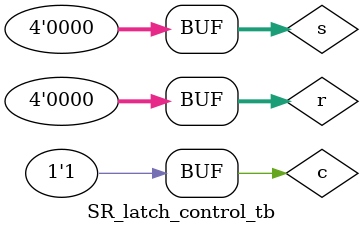
<source format=v>
module SR_latch(s,r,c,q,qn);

input s,r,c;

output reg q;
output reg qn;

always @ (s,r,c)

if (c & s) 
    {q,qn} <= 2'b10;

else if (c & r)
    {q,qn} <= 2'b01;


endmodule



module SR_latch_control(s,r,c,q,qn);

input c;
input [3:0] s,r;

output [3:0] q,qn;

SR_latch islem1(s[0],r[0],c,q[0],qn[0]);
SR_latch islem2(s[1],r[1],c,q[1],qn[1]);
SR_latch islem3(s[2],r[2],c,q[2],qn[2]);
SR_latch islem4(s[3],r[3],c,q[3],qn[3]);


endmodule




module SR_latch_control_tb();

reg [3:0] s,r;
reg c;

wire [3:0] q,qn;

SR_latch_control uut(

.s(s),
.r(r),
.c(c),
.q(q),
.qn(qn)
);

initial begin

c = 1'b0;
s = 4'h0;
r = 4'h0;
#10;

c = 1'b0;
s = 4'hF;
r = 4'h0;
#10;

c = 1'b1;
s = 4'h0;
r = 4'h0;
#10;

c = 1'b1;
s = 4'hA;
r = 4'h5;
#10;

c = 1'b1;
s = 4'h0;
r = 4'h0;
#10;

c = 1'b1;
s = 4'hF;
r = 4'hA;
#10;

c = 1'b1;
s = 4'h0;
r = 4'h5;
#10;

c = 1'b1;
s = 4'h0;
r = 4'h0;
#10;

end 

endmodule

</source>
